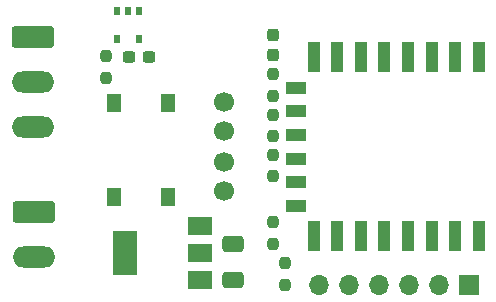
<source format=gbr>
%TF.GenerationSoftware,KiCad,Pcbnew,(6.0.9)*%
%TF.CreationDate,2022-12-13T11:25:14-05:00*%
%TF.ProjectId,ESP8266_Count,45535038-3236-4365-9f43-6f756e742e6b,v1*%
%TF.SameCoordinates,Original*%
%TF.FileFunction,Soldermask,Top*%
%TF.FilePolarity,Negative*%
%FSLAX46Y46*%
G04 Gerber Fmt 4.6, Leading zero omitted, Abs format (unit mm)*
G04 Created by KiCad (PCBNEW (6.0.9)) date 2022-12-13 11:25:14*
%MOMM*%
%LPD*%
G01*
G04 APERTURE LIST*
G04 Aperture macros list*
%AMRoundRect*
0 Rectangle with rounded corners*
0 $1 Rounding radius*
0 $2 $3 $4 $5 $6 $7 $8 $9 X,Y pos of 4 corners*
0 Add a 4 corners polygon primitive as box body*
4,1,4,$2,$3,$4,$5,$6,$7,$8,$9,$2,$3,0*
0 Add four circle primitives for the rounded corners*
1,1,$1+$1,$2,$3*
1,1,$1+$1,$4,$5*
1,1,$1+$1,$6,$7*
1,1,$1+$1,$8,$9*
0 Add four rect primitives between the rounded corners*
20,1,$1+$1,$2,$3,$4,$5,0*
20,1,$1+$1,$4,$5,$6,$7,0*
20,1,$1+$1,$6,$7,$8,$9,0*
20,1,$1+$1,$8,$9,$2,$3,0*%
G04 Aperture macros list end*
%ADD10RoundRect,0.237500X-0.237500X0.250000X-0.237500X-0.250000X0.237500X-0.250000X0.237500X0.250000X0*%
%ADD11RoundRect,0.237500X0.237500X-0.300000X0.237500X0.300000X-0.237500X0.300000X-0.237500X-0.300000X0*%
%ADD12R,1.000000X2.500000*%
%ADD13R,1.800000X1.000000*%
%ADD14RoundRect,0.237500X-0.300000X-0.237500X0.300000X-0.237500X0.300000X0.237500X-0.300000X0.237500X0*%
%ADD15R,0.510000X0.700000*%
%ADD16R,1.700000X1.700000*%
%ADD17O,1.700000X1.700000*%
%ADD18RoundRect,0.250000X-1.550000X0.650000X-1.550000X-0.650000X1.550000X-0.650000X1.550000X0.650000X0*%
%ADD19O,3.600000X1.800000*%
%ADD20C,1.700000*%
%ADD21RoundRect,0.237500X0.237500X-0.250000X0.237500X0.250000X-0.237500X0.250000X-0.237500X-0.250000X0*%
%ADD22R,1.300000X1.550000*%
%ADD23RoundRect,0.250000X-0.650000X0.412500X-0.650000X-0.412500X0.650000X-0.412500X0.650000X0.412500X0*%
%ADD24R,2.000000X1.500000*%
%ADD25R,2.000000X3.800000*%
G04 APERTURE END LIST*
D10*
%TO.C,R6*%
X135250000Y-72187500D03*
X135250000Y-74012500D03*
%TD*%
D11*
%TO.C,C4*%
X135250000Y-63775000D03*
X135250000Y-62050000D03*
%TD*%
D12*
%TO.C,U3*%
X152700000Y-63912500D03*
X150700000Y-63912500D03*
X148700000Y-63912500D03*
X146700000Y-63912500D03*
X144700000Y-63912500D03*
X142700000Y-63912500D03*
X140700000Y-63912500D03*
X138700000Y-63912500D03*
D13*
X137200000Y-66512500D03*
X137200000Y-68512500D03*
X137200000Y-70512500D03*
X137200000Y-72512500D03*
X137200000Y-74512500D03*
X137200000Y-76512500D03*
D12*
X138700000Y-79112500D03*
X140700000Y-79112500D03*
X142700000Y-79112500D03*
X144700000Y-79112500D03*
X146700000Y-79112500D03*
X148700000Y-79112500D03*
X150700000Y-79112500D03*
X152700000Y-79112500D03*
%TD*%
D14*
%TO.C,C5*%
X123037500Y-63900000D03*
X124762500Y-63900000D03*
%TD*%
D15*
%TO.C,U4*%
X123950000Y-60040000D03*
X123000000Y-60040000D03*
X122050000Y-60040000D03*
X122050000Y-62360000D03*
X123950000Y-62360000D03*
%TD*%
D16*
%TO.C,J1*%
X151900000Y-83200000D03*
D17*
X149360000Y-83200000D03*
X146820000Y-83200000D03*
X144280000Y-83200000D03*
X141740000Y-83200000D03*
X139200000Y-83200000D03*
%TD*%
D18*
%TO.C,J2*%
X114957500Y-62250000D03*
D19*
X114957500Y-66060000D03*
X114957500Y-69870000D03*
%TD*%
D20*
%TO.C,J3*%
X131100000Y-67700000D03*
X131100000Y-70200000D03*
X131100000Y-72800000D03*
X131100000Y-75300000D03*
%TD*%
D21*
%TO.C,R5*%
X135300000Y-79712500D03*
X135300000Y-77887500D03*
%TD*%
D18*
%TO.C,TB1*%
X115000000Y-77000000D03*
D19*
X115000000Y-80810000D03*
%TD*%
D10*
%TO.C,R3*%
X135250000Y-68787500D03*
X135250000Y-70612500D03*
%TD*%
D22*
%TO.C,SW1*%
X126350000Y-67825000D03*
X126350000Y-75775000D03*
X121850000Y-75775000D03*
X121850000Y-67825000D03*
%TD*%
D23*
%TO.C,C1*%
X131900000Y-79712500D03*
X131900000Y-82837500D03*
%TD*%
D24*
%TO.C,U1*%
X129050000Y-82800000D03*
X129050000Y-80500000D03*
D25*
X122750000Y-80500000D03*
D24*
X129050000Y-78200000D03*
%TD*%
D21*
%TO.C,R7*%
X121150000Y-65662500D03*
X121150000Y-63837500D03*
%TD*%
D10*
%TO.C,R2*%
X135250000Y-65387500D03*
X135250000Y-67212500D03*
%TD*%
D21*
%TO.C,R4*%
X136300000Y-83212500D03*
X136300000Y-81387500D03*
%TD*%
M02*

</source>
